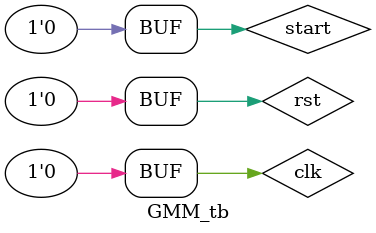
<source format=v>
module GMM_tb;

reg rst, clk, start;

Matrix_Multiplier #(.WIDTH(32), .HEIGHT(48),.ROW(4), .COL(4)) uut(
	.rst(rst), 
	.clk(clk),
	.start(start)
	);
	
initial begin
	#50 
	start = 1;
	#10
	start = 0;
end

initial begin
rst = 0;
#3
rst <= 1;
clk <= 0;
#3
rst <= 0;
end

initial begin
	repeat(500)
		#5 clk <= ~clk;
end

endmodule
</source>
